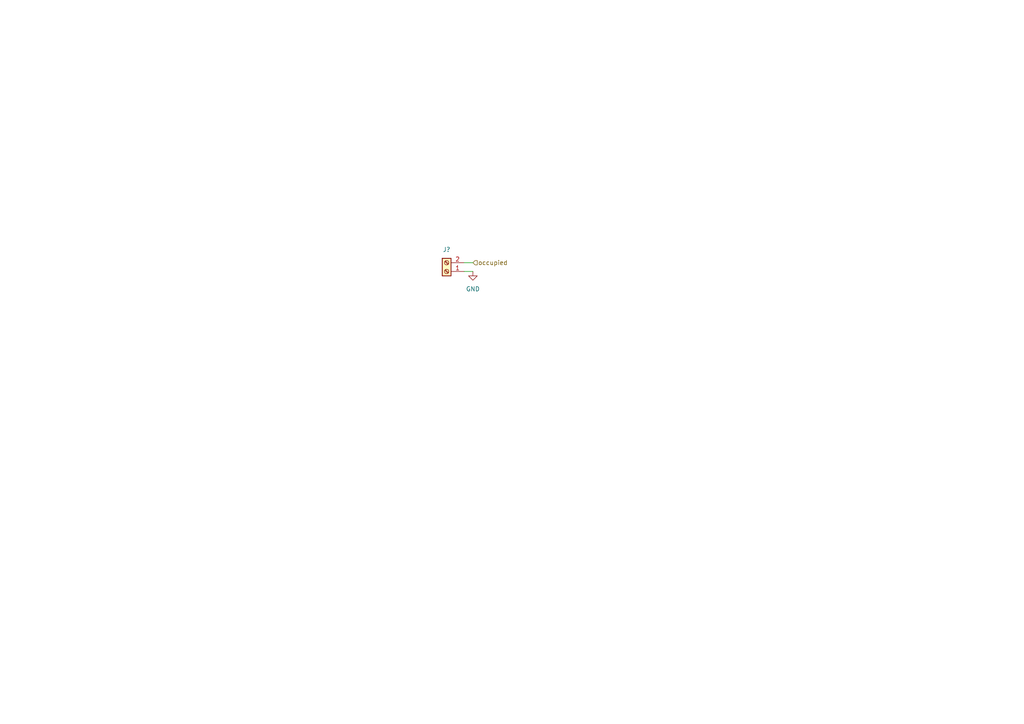
<source format=kicad_sch>
(kicad_sch (version 20230121) (generator eeschema)
  (paper "A4")
  (lib_symbols
    (symbol "Connector:Screw_Terminal_01x02" (pin_names (offset 1.016) hide)
      (property "Reference" "J" (at 0 2.54 0))
      (property "Value" "Screw_Terminal_01x02" (at 0 -5.08 0))
      (symbol "Screw_Terminal_01x02_1_1"
        (rectangle (start -1.27 1.27) (end 1.27 -3.81) (stroke (width 0.254)) (fill (type background)))
        (circle (center 0 -2.54) (radius 0.635) (stroke (width 0.1524)))
        (polyline (pts (xy -0.5334 -2.2098) (xy 0.3302 -3.048)) (stroke (width 0.1524)))
        (polyline (pts (xy -0.5334 0.3302) (xy 0.3302 -0.508)) (stroke (width 0.1524)))
        (polyline (pts (xy -0.3556 -2.032) (xy 0.508 -2.8702)) (stroke (width 0.1524)))
        (polyline (pts (xy -0.3556 0.508) (xy 0.508 -0.3302)) (stroke (width 0.1524)))
        (circle (center 0 0) (radius 0.635) (stroke (width 0.1524)))
        (pin passive line (at -5.08 0 0) (length 3.81) (name "Pin_1") (number "1"))
        (pin passive line (at -5.08 -2.54 0) (length 3.81) (name "Pin_2") (number "2"))
      )
    )
    (symbol "power:GND" (power) (pin_names (offset 0))
      (property "Value" "GND" (at 0 -3.81 0))
      (symbol "GND_0_1"
        (polyline (pts (xy 0 0) (xy 0 -1.27) (xy 1.27 -1.27) (xy 0 -2.54) (xy -1.27 -1.27) (xy 0 -1.27)))
      )
      (symbol "GND_1_1"
        (pin power_in line (at 0 0 270) (length 0) hide (name "GND") (number "1"))
      )
    )
  )
  (wire (pts (xy 134.62 76.2) (xy 137.16 76.2)))
  (wire (pts (xy 134.62 78.74) (xy 137.16 78.74)))
  (hierarchical_label "occupied" (shape input) (at 137.16 76.2 0))
  (symbol (lib_id "power:GND") (at 137.16 78.74 0) (unit 1)
    (property "Reference" "#PWR020" (effects hide))
    (property "Value" "GND" (at 137.16 83.82 0))
  )
  (symbol (lib_id "Connector:Screw_Terminal_01x02") (at 129.54 78.74 180) (unit 1)
    (property "Reference" "J?" (at 129.54 72.39 0))
    (property "Value" "Screw_Terminal_01x02" (effects hide))
    (property "Footprint" "Connector_Phoenix_MC:PhoenixContact_MC_1,5_2-G-3.5_1x02_P3.50mm_Horizontal" (effects hide))
    (instances (project "FY_entry" (path "" (reference "J?") (unit 1)) (path "" (reference "J1901") (unit 1)) (path "" (reference "J401") (unit 1)) (path "" (reference "J301") (unit 1)) (path "" (reference "J501") (unit 1)) (path "" (reference "J601") (unit 1)) (path "" (reference "J701") (unit 1)) (path "" (reference "J801") (unit 1)) (path "" (reference "J901") (unit 1)) (path "" (reference "J2801") (unit 1))))
  )
)
</source>
